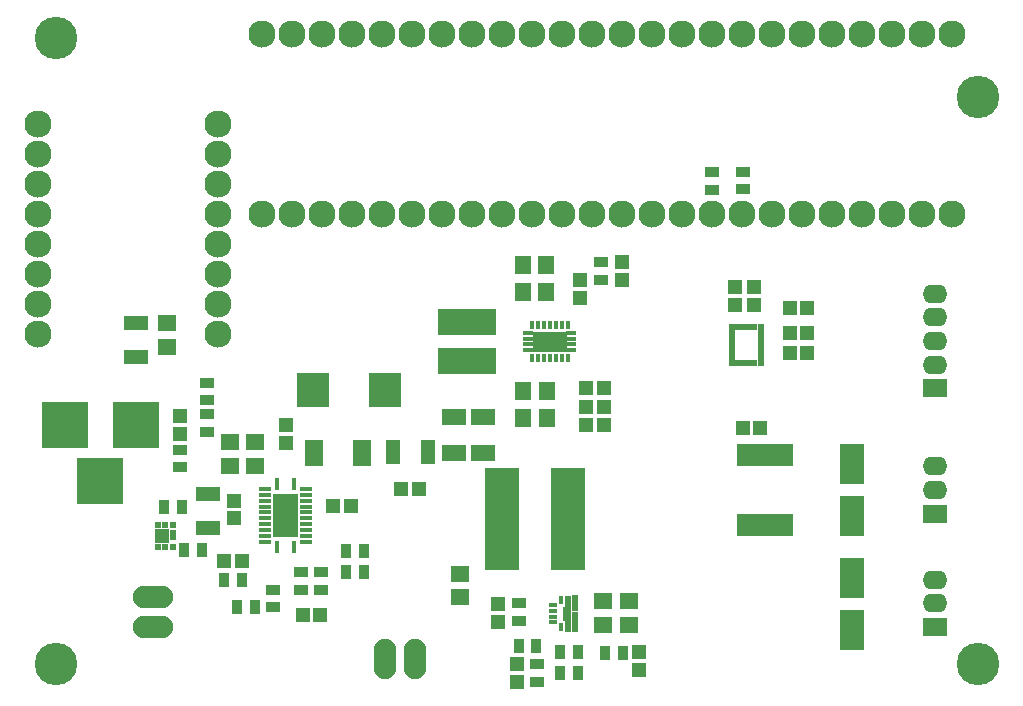
<source format=gbr>
G04 #@! TF.FileFunction,Soldermask,Top*
%FSLAX46Y46*%
G04 Gerber Fmt 4.6, Leading zero omitted, Abs format (unit mm)*
G04 Created by KiCad (PCBNEW 4.0.2-stable) date 12/24/2016 3:16:37 PM*
%MOMM*%
G01*
G04 APERTURE LIST*
%ADD10C,0.100000*%
%ADD11C,3.600000*%
%ADD12R,1.650000X1.400000*%
%ADD13R,1.150000X1.200000*%
%ADD14R,1.400000X1.650000*%
%ADD15R,1.200000X1.150000*%
%ADD16R,2.000000X1.400000*%
%ADD17R,3.900120X3.900120*%
%ADD18R,1.197560X1.197560*%
%ADD19R,1.300000X0.900000*%
%ADD20R,0.900000X1.300000*%
%ADD21R,2.100000X1.300000*%
%ADD22R,1.300000X2.100000*%
%ADD23O,3.414980X1.906220*%
%ADD24R,2.000000X3.400000*%
%ADD25R,1.041400X0.442240*%
%ADD26R,0.442240X1.041400*%
%ADD27R,1.143000X0.892240*%
%ADD28R,1.143000X1.143000*%
%ADD29R,1.041400X0.381000*%
%ADD30R,0.600000X0.490000*%
%ADD31R,0.490000X0.600000*%
%ADD32R,0.600000X0.480000*%
%ADD33R,0.850000X1.850000*%
%ADD34R,2.100000X1.600000*%
%ADD35O,2.100000X1.600000*%
%ADD36R,1.640000X2.290000*%
%ADD37R,4.900000X2.200000*%
%ADD38R,3.000000X8.600000*%
%ADD39C,2.300000*%
%ADD40R,0.540000X1.340000*%
%ADD41R,0.540000X1.690000*%
%ADD42R,0.540000X3.140000*%
%ADD43R,0.540000X1.215000*%
%ADD44R,0.350000X0.700000*%
%ADD45R,0.700000X0.350000*%
%ADD46R,2.800000X2.900000*%
%ADD47R,0.450000X0.750000*%
%ADD48R,2.950000X1.680000*%
%ADD49R,0.875000X0.300000*%
%ADD50R,0.500000X0.555000*%
%ADD51R,0.500000X0.950000*%
%ADD52O,1.906220X3.414980*%
G04 APERTURE END LIST*
D10*
D11*
X172000000Y-69000000D03*
X94000000Y-64000000D03*
X94000000Y-117000000D03*
D12*
X128143000Y-109388400D03*
X128143000Y-111388400D03*
D13*
X104444800Y-97536000D03*
X104444800Y-96036000D03*
D14*
X135510620Y-96172724D03*
X133510620Y-96172724D03*
X135510620Y-93886724D03*
X133510620Y-93886724D03*
D13*
X131394200Y-111949800D03*
X131394200Y-113449800D03*
D15*
X114845400Y-112852200D03*
X116345400Y-112852200D03*
D13*
X138320620Y-86026124D03*
X138320620Y-84526124D03*
X132994400Y-118555200D03*
X132994400Y-117055200D03*
X109067600Y-103186800D03*
X109067600Y-104686800D03*
D14*
X135485220Y-85555524D03*
X133485220Y-85555524D03*
D12*
X108661200Y-100237800D03*
X108661200Y-98237800D03*
D14*
X135485220Y-83269524D03*
X133485220Y-83269524D03*
D12*
X140284200Y-113725200D03*
X140284200Y-111725200D03*
X142443200Y-113725200D03*
X142443200Y-111725200D03*
X110769400Y-98253800D03*
X110769400Y-100253800D03*
D15*
X124702000Y-102184200D03*
X123202000Y-102184200D03*
D16*
X130149600Y-96137600D03*
X130149600Y-99137600D03*
X127685800Y-96137600D03*
X127685800Y-99137600D03*
D15*
X156082700Y-90660708D03*
X157582700Y-90660708D03*
D12*
X103378000Y-88154000D03*
X103378000Y-90154000D03*
D13*
X153073500Y-86622108D03*
X153073500Y-85122108D03*
X151422500Y-86635508D03*
X151422500Y-85135508D03*
D15*
X156082700Y-89009708D03*
X157582700Y-89009708D03*
X156082700Y-86850708D03*
X157582700Y-86850708D03*
X140348400Y-93649800D03*
X138848400Y-93649800D03*
D17*
X100690680Y-96799400D03*
X94691200Y-96799400D03*
X97690940Y-101498400D03*
D18*
X108216700Y-108305600D03*
X109715300Y-108305600D03*
X141886957Y-84503443D03*
X141886957Y-83004843D03*
X143306800Y-116039900D03*
X143306800Y-117538500D03*
D19*
X149529800Y-75373800D03*
X149529800Y-76873800D03*
X152095200Y-75348400D03*
X152095200Y-76848400D03*
X104444800Y-100380800D03*
X104444800Y-98880800D03*
D20*
X138164000Y-116001800D03*
X136664000Y-116001800D03*
D19*
X106705400Y-97397000D03*
X106705400Y-95897000D03*
X106705400Y-94691200D03*
X106705400Y-93191200D03*
X112318800Y-110730600D03*
X112318800Y-112230600D03*
D20*
X110808200Y-112217200D03*
X109308200Y-112217200D03*
X136664000Y-117754400D03*
X138164000Y-117754400D03*
D19*
X133121400Y-111899000D03*
X133121400Y-113399000D03*
X114681000Y-110757400D03*
X114681000Y-109257400D03*
X116408200Y-109257400D03*
X116408200Y-110757400D03*
D20*
X118503000Y-107492800D03*
X120003000Y-107492800D03*
X120003000Y-109245400D03*
X118503000Y-109245400D03*
X104837800Y-107340400D03*
X106337800Y-107340400D03*
X103110600Y-103759000D03*
X104610600Y-103759000D03*
X109716000Y-109931200D03*
X108216000Y-109931200D03*
D21*
X106807000Y-105488400D03*
X106807000Y-102588400D03*
D19*
X134645400Y-118529800D03*
X134645400Y-117029800D03*
D20*
X134633400Y-115493800D03*
X133133400Y-115493800D03*
D19*
X140108957Y-82978743D03*
X140108957Y-84478743D03*
D20*
X140423200Y-116128800D03*
X141923200Y-116128800D03*
D22*
X125427400Y-99085400D03*
X122527400Y-99085400D03*
D21*
X100746456Y-91067230D03*
X100746456Y-88167230D03*
D15*
X138860400Y-96824800D03*
X140360400Y-96824800D03*
X140348400Y-95250000D03*
X138848400Y-95250000D03*
D23*
X102133400Y-113868200D03*
X102133400Y-111328200D03*
D24*
X161379300Y-114120508D03*
X161379300Y-109720508D03*
X161379300Y-104468508D03*
X161379300Y-100068508D03*
D25*
X111686340Y-102194360D03*
X111686340Y-102694740D03*
X111686340Y-103195120D03*
X111686340Y-103695500D03*
X111686340Y-104195880D03*
D26*
X112636300Y-107144820D03*
X114134900Y-107144820D03*
D25*
X115084860Y-106194860D03*
X115084860Y-105694480D03*
X115084860Y-105194100D03*
X115084860Y-104693720D03*
X115084860Y-104195880D03*
D26*
X114134900Y-101744780D03*
X112636300Y-101744780D03*
D27*
X112885600Y-105814800D03*
X112885220Y-103074800D03*
X113885600Y-103074800D03*
X113885600Y-105814800D03*
D25*
X111686340Y-104693720D03*
X115084860Y-103695500D03*
D28*
X113885980Y-103944420D03*
X112885220Y-103944420D03*
D25*
X111686340Y-105194100D03*
X111686340Y-105694480D03*
X115084860Y-103195120D03*
X115084860Y-102694740D03*
D28*
X113885980Y-104945180D03*
X112885220Y-104945180D03*
D25*
X111686340Y-106194860D03*
D29*
X111686340Y-106695240D03*
D25*
X115084860Y-106695240D03*
X115084860Y-102194360D03*
D30*
X153607700Y-91535708D03*
D31*
X153027700Y-91535708D03*
X152597700Y-91535708D03*
X152167700Y-91535708D03*
X151737700Y-91535708D03*
D32*
X151157700Y-91535708D03*
X151157700Y-91105708D03*
X151157700Y-90675708D03*
X151157700Y-90245708D03*
X151157700Y-89815708D03*
X151157700Y-89385708D03*
X151157700Y-88955708D03*
X151157700Y-88525708D03*
D31*
X151737700Y-88525708D03*
X152167700Y-88525708D03*
X152597700Y-88525708D03*
X153027700Y-88525708D03*
D32*
X153607700Y-88525708D03*
X153607700Y-88955708D03*
D30*
X153607700Y-89385708D03*
X153607700Y-89815708D03*
X153607700Y-90245708D03*
X153607700Y-90675708D03*
X153607700Y-91105708D03*
D33*
X152037900Y-105218508D03*
X152687900Y-105218508D03*
X153337900Y-105218508D03*
X153987900Y-105218508D03*
X154637900Y-105218508D03*
X155287900Y-105218508D03*
X155937900Y-105218508D03*
X155937900Y-99318508D03*
X155287900Y-99318508D03*
X154637900Y-99318508D03*
X153987900Y-99318508D03*
X153337900Y-99318508D03*
X152687900Y-99318508D03*
X152037900Y-99318508D03*
D34*
X168364300Y-93683308D03*
D35*
X168364300Y-91683308D03*
X168364300Y-89683308D03*
X168364300Y-87683308D03*
X168364300Y-85683308D03*
D34*
X168338900Y-113888508D03*
D35*
X168338900Y-111888508D03*
X168338900Y-109888508D03*
D34*
X168364300Y-104300508D03*
D35*
X168364300Y-102300508D03*
X168364300Y-100300508D03*
D15*
X117436200Y-103682800D03*
X118936200Y-103682800D03*
D13*
X113461800Y-96786000D03*
X113461800Y-98286000D03*
D15*
X152094900Y-97061508D03*
X153594900Y-97061508D03*
D36*
X119845200Y-99161600D03*
X115765200Y-99161600D03*
D37*
X128744820Y-88072124D03*
X128744820Y-91372124D03*
D38*
X131718400Y-104724200D03*
X137318400Y-104724200D03*
D39*
X167309800Y-63703200D03*
X164769800Y-63703200D03*
X162229800Y-63703200D03*
X159689800Y-63703200D03*
X157149800Y-63703200D03*
X154609800Y-63703200D03*
X152069800Y-63703200D03*
X149529800Y-63703200D03*
X146989800Y-63703200D03*
X144449800Y-63703200D03*
X141909800Y-63703200D03*
X139369800Y-63703200D03*
X136829800Y-63703200D03*
X136829800Y-78943200D03*
X139369800Y-78943200D03*
X141909800Y-78943200D03*
X144449800Y-78943200D03*
X146989800Y-78943200D03*
X149529800Y-78943200D03*
X152069800Y-78943200D03*
X154609800Y-78943200D03*
X157149800Y-78943200D03*
X159689800Y-78943200D03*
X162229800Y-78943200D03*
X164769800Y-78943200D03*
X167309800Y-78943200D03*
X169849800Y-78943200D03*
X169849800Y-63703200D03*
X134289800Y-78943200D03*
X134289800Y-63703200D03*
X131749800Y-78943200D03*
X129209800Y-78943200D03*
X126669800Y-78943200D03*
X124129800Y-78943200D03*
X121589800Y-78943200D03*
X119049800Y-78943200D03*
X116509800Y-78943200D03*
X113969800Y-78943200D03*
X111429800Y-78943200D03*
X131749800Y-63703200D03*
X129209800Y-63703200D03*
X126669800Y-63703200D03*
X124129800Y-63703200D03*
X121589800Y-63703200D03*
X119049800Y-63703200D03*
X116509800Y-63703200D03*
X113969800Y-63703200D03*
X111429800Y-63703200D03*
X107670600Y-89077800D03*
X107670600Y-86537800D03*
X107670600Y-83997800D03*
X107670600Y-81457800D03*
X107670600Y-78917800D03*
X107670600Y-76377800D03*
X107670600Y-73837800D03*
X107670600Y-71297800D03*
X92430600Y-89077800D03*
X92430600Y-86537800D03*
X92430600Y-83997800D03*
X92430600Y-81457800D03*
X92430600Y-78917800D03*
X92430600Y-76377800D03*
X92430600Y-73837800D03*
X92430600Y-71297800D03*
D40*
X137923000Y-111858200D03*
D41*
X137923000Y-113483200D03*
D42*
X137323000Y-112758200D03*
D43*
X137153000Y-112758200D03*
D44*
X136678000Y-113908200D03*
X136678000Y-111608200D03*
D45*
X136003000Y-113008200D03*
X136003000Y-113508200D03*
X136003000Y-112508200D03*
X136003000Y-112008200D03*
D46*
X115695000Y-93802200D03*
X121795000Y-93802200D03*
D47*
X135772620Y-88321124D03*
X135272620Y-88321124D03*
X136272620Y-88321124D03*
X136772620Y-88321124D03*
X137272620Y-88321124D03*
X134772620Y-88321124D03*
X134272620Y-88321124D03*
X135772620Y-91121124D03*
X136272620Y-91121124D03*
X136772620Y-91121124D03*
X137272620Y-91121124D03*
X135272620Y-91121124D03*
X134772620Y-91121124D03*
X134272620Y-91121124D03*
D48*
X135772620Y-89721124D03*
D49*
X137585120Y-89951124D03*
X137585120Y-90411124D03*
X137585120Y-89491124D03*
X137585120Y-89031124D03*
X133960120Y-90411124D03*
X133960120Y-89951124D03*
X133960120Y-89491124D03*
X133960120Y-89031124D03*
D50*
X103220400Y-105274900D03*
X103220400Y-107119900D03*
D13*
X102895400Y-106197400D03*
D50*
X102570400Y-105274900D03*
X103870400Y-105274900D03*
X103870400Y-107119900D03*
X102570400Y-107119900D03*
D51*
X103870400Y-106072400D03*
D52*
X124333000Y-116636800D03*
X121793000Y-116636800D03*
D11*
X172000000Y-117000000D03*
M02*

</source>
